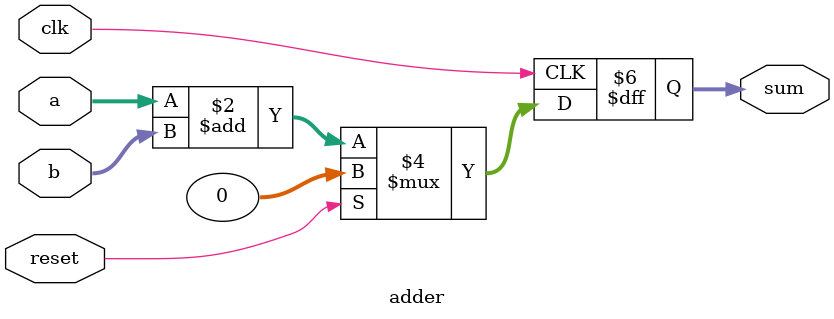
<source format=v>

module adder(
  input             clk,      // clock
  input             reset,    // reset
  input [31:0]      a,        // 1st operand
  input [31:0]      b,        // 2nd operand
  output reg [31:0] sum       // the sum
);

  always @(posedge clk) begin
    if (reset) begin
      sum <= 0;
    end
    else begin
      sum <= a + b;
    end
  end
  
endmodule
</source>
